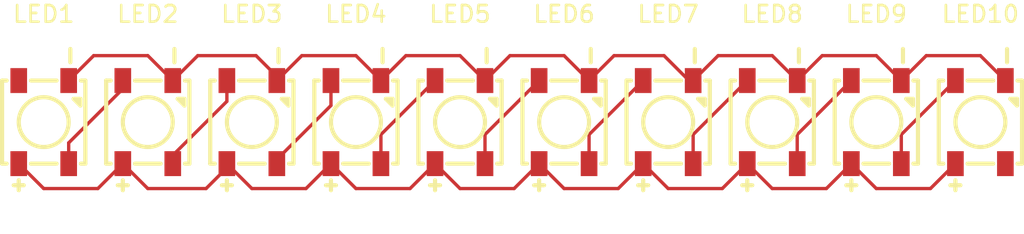
<source format=kicad_pcb>
(kicad_pcb (version 20241229) (generator "pcbnew") (generator_version "9.0")
  (layers (0 "F.Cu" signal) (2 "B.Cu" signal) (13 "F.Paste" user) (15 "B.Paste" user) (5 "F.SilkS" user "F.Silkscreen") (7 "B.SilkS" user "B.Silkscreen") (1 "F.Mask" user) (3 "B.Mask" user) (25 "Edge.Cuts" user))
  (net 0 "")
  (net 1 "DOU")
  (net 2 "DIN-5")
  (net 3 "DOU-1")
  (net 4 "gnd")
  (net 5 "data_out")
  (net 6 "VDD")
  (net 7 "DIN-6")
  (net 8 "DIN-4")
  (net 9 "DIN-2")
  (net 10 "DIN-1")
  (net 11 "DIN-3")
  (net 12 "DIN")
  (net 13 "data_in")
  (footprint "XINGLIGHT_XL_5050RGBC_WS2812B:LED-SMD_4P-L5.0-W5.0-BL_XL-5050RGBC" (layer "F.Cu") (at 161.625 100.875)
    (property "Reference" "LED8" (at 0 -6.5 0) (layer "F.SilkS"))
    (property "Value" "")
    (fp_line (start -2.5 -2.5) (end -2.23 -2.5) (stroke (width 0.25)) (layer "F.SilkS"))
    (fp_line (start -2.5 2.5) (end -2.5 -2.5) (stroke (width 0.25)) (layer "F.SilkS"))
    (fp_line (start -2.5 2.5) (end -2.23 2.5) (stroke (width 0.25)) (layer "F.SilkS"))
    (fp_line (start -1.8 3.8) (end -1.2 3.8) (stroke (width 0.25)) (layer "F.SilkS"))
    (fp_line (start -1.5 4.1) (end -1.5 3.5) (stroke (width 0.25)) (layer "F.SilkS"))
    (fp_line (start -0.77 -2.5) (end 0.77 -2.5) (stroke (width 0.25)) (layer "F.SilkS"))
    (fp_line (start -0.77 2.5) (end 0.77 2.5) (stroke (width 0.25)) (layer "F.SilkS"))
    (fp_line (start 1.6 -4.4) (end 1.6 -3.6) (stroke (width 0.25)) (layer "F.SilkS"))
    (fp_line (start 1.8 -1.4) (end 2.2 -1.4) (stroke (width 0.25)) (layer "F.SilkS"))
    (fp_line (start 2.2 -1.4) (end 2.2 -1) (stroke (width 0.25)) (layer "F.SilkS"))
    (fp_line (start 2.2 -1) (end 1.8 -1.4) (stroke (width 0.25)) (layer "F.SilkS"))
    (fp_line (start 2.23 -2.5) (end 2.5 -2.5) (stroke (width 0.25)) (layer "F.SilkS"))
    (fp_line (start 2.23 2.5) (end 2.5 2.5) (stroke (width 0.25)) (layer "F.SilkS"))
    (fp_line (start 2.5 2.5) (end 2.5 -2.5) (stroke (width 0.25)) (layer "F.SilkS"))
    (fp_circle (center 0 0) (end 1.5 0) (stroke (width 0.25)) (fill no) (layer "F.SilkS"))
    (fp_text user "${REFERENCE}" (at 0 -6.5 0) (layer "F.SilkS"))
    (pad "1" smd rect (at -1.5 2.5 90) (size 1.5 1) (layers "F.Cu" "F.Mask" "F.Paste") (net 6 "VDD"))
    (pad "2" smd rect (at 1.5 2.5 90) (size 1.5 1) (layers "F.Cu" "F.Mask" "F.Paste") (net 1 "DOU"))
    (pad "3" smd rect (at 1.5 -2.5 90) (size 1.5 1) (layers "F.Cu" "F.Mask" "F.Paste") (net 4 "gnd"))
    (pad "4" smd rect (at -1.5 -2.5 90) (size 1.5 1) (layers "F.Cu" "F.Mask" "F.Paste") (net 12 "DIN"))
  )
  (footprint "XINGLIGHT_XL_5050RGBC_WS2812B:LED-SMD_4P-L5.0-W5.0-BL_XL-5050RGBC" (layer "F.Cu") (at 149.125 100.875)
    (property "Reference" "LED6" (at 0 -6.5 0) (layer "F.SilkS"))
    (property "Value" "")
    (fp_line (start -2.5 -2.5) (end -2.23 -2.5) (stroke (width 0.25)) (layer "F.SilkS"))
    (fp_line (start -2.5 2.5) (end -2.5 -2.5) (stroke (width 0.25)) (layer "F.SilkS"))
    (fp_line (start -2.5 2.5) (end -2.23 2.5) (stroke (width 0.25)) (layer "F.SilkS"))
    (fp_line (start -1.8 3.8) (end -1.2 3.8) (stroke (width 0.25)) (layer "F.SilkS"))
    (fp_line (start -1.5 4.1) (end -1.5 3.5) (stroke (width 0.25)) (layer "F.SilkS"))
    (fp_line (start -0.77 -2.5) (end 0.77 -2.5) (stroke (width 0.25)) (layer "F.SilkS"))
    (fp_line (start -0.77 2.5) (end 0.77 2.5) (stroke (width 0.25)) (layer "F.SilkS"))
    (fp_line (start 1.6 -4.4) (end 1.6 -3.6) (stroke (width 0.25)) (layer "F.SilkS"))
    (fp_line (start 1.8 -1.4) (end 2.2 -1.4) (stroke (width 0.25)) (layer "F.SilkS"))
    (fp_line (start 2.2 -1.4) (end 2.2 -1) (stroke (width 0.25)) (layer "F.SilkS"))
    (fp_line (start 2.2 -1) (end 1.8 -1.4) (stroke (width 0.25)) (layer "F.SilkS"))
    (fp_line (start 2.23 -2.5) (end 2.5 -2.5) (stroke (width 0.25)) (layer "F.SilkS"))
    (fp_line (start 2.23 2.5) (end 2.5 2.5) (stroke (width 0.25)) (layer "F.SilkS"))
    (fp_line (start 2.5 2.5) (end 2.5 -2.5) (stroke (width 0.25)) (layer "F.SilkS"))
    (fp_circle (center 0 0) (end 1.5 0) (stroke (width 0.25)) (fill no) (layer "F.SilkS"))
    (fp_text user "${REFERENCE}" (at 0 -6.5 0) (layer "F.SilkS"))
    (pad "1" smd rect (at -1.5 2.5 90) (size 1.5 1) (layers "F.Cu" "F.Mask" "F.Paste") (net 6 "VDD"))
    (pad "2" smd rect (at 1.5 2.5 90) (size 1.5 1) (layers "F.Cu" "F.Mask" "F.Paste") (net 11 "DIN-3"))
    (pad "3" smd rect (at 1.5 -2.5 90) (size 1.5 1) (layers "F.Cu" "F.Mask" "F.Paste") (net 4 "gnd"))
    (pad "4" smd rect (at -1.5 -2.5 90) (size 1.5 1) (layers "F.Cu" "F.Mask" "F.Paste") (net 7 "DIN-6"))
  )
  (footprint "XINGLIGHT_XL_5050RGBC_WS2812B:LED-SMD_4P-L5.0-W5.0-BL_XL-5050RGBC" (layer "F.Cu") (at 142.875 100.875)
    (property "Reference" "LED5" (at 0 -6.5 0) (layer "F.SilkS"))
    (property "Value" "")
    (fp_line (start -2.5 -2.5) (end -2.23 -2.5) (stroke (width 0.25)) (layer "F.SilkS"))
    (fp_line (start -2.5 2.5) (end -2.5 -2.5) (stroke (width 0.25)) (layer "F.SilkS"))
    (fp_line (start -2.5 2.5) (end -2.23 2.5) (stroke (width 0.25)) (layer "F.SilkS"))
    (fp_line (start -1.8 3.8) (end -1.2 3.8) (stroke (width 0.25)) (layer "F.SilkS"))
    (fp_line (start -1.5 4.1) (end -1.5 3.5) (stroke (width 0.25)) (layer "F.SilkS"))
    (fp_line (start -0.77 -2.5) (end 0.77 -2.5) (stroke (width 0.25)) (layer "F.SilkS"))
    (fp_line (start -0.77 2.5) (end 0.77 2.5) (stroke (width 0.25)) (layer "F.SilkS"))
    (fp_line (start 1.6 -4.4) (end 1.6 -3.6) (stroke (width 0.25)) (layer "F.SilkS"))
    (fp_line (start 1.8 -1.4) (end 2.2 -1.4) (stroke (width 0.25)) (layer "F.SilkS"))
    (fp_line (start 2.2 -1.4) (end 2.2 -1) (stroke (width 0.25)) (layer "F.SilkS"))
    (fp_line (start 2.2 -1) (end 1.8 -1.4) (stroke (width 0.25)) (layer "F.SilkS"))
    (fp_line (start 2.23 -2.5) (end 2.5 -2.5) (stroke (width 0.25)) (layer "F.SilkS"))
    (fp_line (start 2.23 2.5) (end 2.5 2.5) (stroke (width 0.25)) (layer "F.SilkS"))
    (fp_line (start 2.5 2.5) (end 2.5 -2.5) (stroke (width 0.25)) (layer "F.SilkS"))
    (fp_circle (center 0 0) (end 1.5 0) (stroke (width 0.25)) (fill no) (layer "F.SilkS"))
    (fp_text user "${REFERENCE}" (at 0 -6.5 0) (layer "F.SilkS"))
    (pad "1" smd rect (at -1.5 2.5 90) (size 1.5 1) (layers "F.Cu" "F.Mask" "F.Paste") (net 6 "VDD"))
    (pad "2" smd rect (at 1.5 2.5 90) (size 1.5 1) (layers "F.Cu" "F.Mask" "F.Paste") (net 7 "DIN-6"))
    (pad "3" smd rect (at 1.5 -2.5 90) (size 1.5 1) (layers "F.Cu" "F.Mask" "F.Paste") (net 4 "gnd"))
    (pad "4" smd rect (at -1.5 -2.5 90) (size 1.5 1) (layers "F.Cu" "F.Mask" "F.Paste") (net 9 "DIN-2"))
  )
  (footprint "XINGLIGHT_XL_5050RGBC_WS2812B:LED-SMD_4P-L5.0-W5.0-BL_XL-5050RGBC" (layer "F.Cu") (at 174.125 100.875)
    (property "Reference" "LED10" (at 0 -6.5 0) (layer "F.SilkS"))
    (property "Value" "")
    (fp_line (start -2.5 -2.5) (end -2.23 -2.5) (stroke (width 0.25)) (layer "F.SilkS"))
    (fp_line (start -2.5 2.5) (end -2.5 -2.5) (stroke (width 0.25)) (layer "F.SilkS"))
    (fp_line (start -2.5 2.5) (end -2.23 2.5) (stroke (width 0.25)) (layer "F.SilkS"))
    (fp_line (start -1.8 3.8) (end -1.2 3.8) (stroke (width 0.25)) (layer "F.SilkS"))
    (fp_line (start -1.5 4.1) (end -1.5 3.5) (stroke (width 0.25)) (layer "F.SilkS"))
    (fp_line (start -0.77 -2.5) (end 0.77 -2.5) (stroke (width 0.25)) (layer "F.SilkS"))
    (fp_line (start -0.77 2.5) (end 0.77 2.5) (stroke (width 0.25)) (layer "F.SilkS"))
    (fp_line (start 1.6 -4.4) (end 1.6 -3.6) (stroke (width 0.25)) (layer "F.SilkS"))
    (fp_line (start 1.8 -1.4) (end 2.2 -1.4) (stroke (width 0.25)) (layer "F.SilkS"))
    (fp_line (start 2.2 -1.4) (end 2.2 -1) (stroke (width 0.25)) (layer "F.SilkS"))
    (fp_line (start 2.2 -1) (end 1.8 -1.4) (stroke (width 0.25)) (layer "F.SilkS"))
    (fp_line (start 2.23 -2.5) (end 2.5 -2.5) (stroke (width 0.25)) (layer "F.SilkS"))
    (fp_line (start 2.23 2.5) (end 2.5 2.5) (stroke (width 0.25)) (layer "F.SilkS"))
    (fp_line (start 2.5 2.5) (end 2.5 -2.5) (stroke (width 0.25)) (layer "F.SilkS"))
    (fp_circle (center 0 0) (end 1.5 0) (stroke (width 0.25)) (fill no) (layer "F.SilkS"))
    (fp_text user "${REFERENCE}" (at 0 -6.5 0) (layer "F.SilkS"))
    (pad "1" smd rect (at -1.5 2.5 90) (size 1.5 1) (layers "F.Cu" "F.Mask" "F.Paste") (net 6 "VDD"))
    (pad "2" smd rect (at 1.5 2.5 90) (size 1.5 1) (layers "F.Cu" "F.Mask" "F.Paste") (net 5 "data_out"))
    (pad "3" smd rect (at 1.5 -2.5 90) (size 1.5 1) (layers "F.Cu" "F.Mask" "F.Paste") (net 4 "gnd"))
    (pad "4" smd rect (at -1.5 -2.5 90) (size 1.5 1) (layers "F.Cu" "F.Mask" "F.Paste") (net 8 "DIN-4"))
  )
  (footprint "XINGLIGHT_XL_5050RGBC_WS2812B:LED-SMD_4P-L5.0-W5.0-BL_XL-5050RGBC" (layer "F.Cu") (at 124.125 100.875)
    (property "Reference" "LED2" (at 0 -6.5 0) (layer "F.SilkS"))
    (property "Value" "")
    (fp_line (start -2.5 -2.5) (end -2.23 -2.5) (stroke (width 0.25)) (layer "F.SilkS"))
    (fp_line (start -2.5 2.5) (end -2.5 -2.5) (stroke (width 0.25)) (layer "F.SilkS"))
    (fp_line (start -2.5 2.5) (end -2.23 2.5) (stroke (width 0.25)) (layer "F.SilkS"))
    (fp_line (start -1.8 3.8) (end -1.2 3.8) (stroke (width 0.25)) (layer "F.SilkS"))
    (fp_line (start -1.5 4.1) (end -1.5 3.5) (stroke (width 0.25)) (layer "F.SilkS"))
    (fp_line (start -0.77 -2.5) (end 0.77 -2.5) (stroke (width 0.25)) (layer "F.SilkS"))
    (fp_line (start -0.77 2.5) (end 0.77 2.5) (stroke (width 0.25)) (layer "F.SilkS"))
    (fp_line (start 1.6 -4.4) (end 1.6 -3.6) (stroke (width 0.25)) (layer "F.SilkS"))
    (fp_line (start 1.8 -1.4) (end 2.2 -1.4) (stroke (width 0.25)) (layer "F.SilkS"))
    (fp_line (start 2.2 -1.4) (end 2.2 -1) (stroke (width 0.25)) (layer "F.SilkS"))
    (fp_line (start 2.2 -1) (end 1.8 -1.4) (stroke (width 0.25)) (layer "F.SilkS"))
    (fp_line (start 2.23 -2.5) (end 2.5 -2.5) (stroke (width 0.25)) (layer "F.SilkS"))
    (fp_line (start 2.23 2.5) (end 2.5 2.5) (stroke (width 0.25)) (layer "F.SilkS"))
    (fp_line (start 2.5 2.5) (end 2.5 -2.5) (stroke (width 0.25)) (layer "F.SilkS"))
    (fp_circle (center 0 0) (end 1.5 0) (stroke (width 0.25)) (fill no) (layer "F.SilkS"))
    (fp_text user "${REFERENCE}" (at 0 -6.5 0) (layer "F.SilkS"))
    (pad "1" smd rect (at -1.5 2.5 90) (size 1.5 1) (layers "F.Cu" "F.Mask" "F.Paste") (net 6 "VDD"))
    (pad "2" smd rect (at 1.5 2.5 90) (size 1.5 1) (layers "F.Cu" "F.Mask" "F.Paste") (net 2 "DIN-5"))
    (pad "3" smd rect (at 1.5 -2.5 90) (size 1.5 1) (layers "F.Cu" "F.Mask" "F.Paste") (net 4 "gnd"))
    (pad "4" smd rect (at -1.5 -2.5 90) (size 1.5 1) (layers "F.Cu" "F.Mask" "F.Paste") (net 10 "DIN-1"))
  )
  (footprint "XINGLIGHT_XL_5050RGBC_WS2812B:LED-SMD_4P-L5.0-W5.0-BL_XL-5050RGBC" (layer "F.Cu") (at 136.625 100.875)
    (property "Reference" "LED4" (at 0 -6.5 0) (layer "F.SilkS"))
    (property "Value" "")
    (fp_line (start -2.5 -2.5) (end -2.23 -2.5) (stroke (width 0.25)) (layer "F.SilkS"))
    (fp_line (start -2.5 2.5) (end -2.5 -2.5) (stroke (width 0.25)) (layer "F.SilkS"))
    (fp_line (start -2.5 2.5) (end -2.23 2.5) (stroke (width 0.25)) (layer "F.SilkS"))
    (fp_line (start -1.8 3.8) (end -1.2 3.8) (stroke (width 0.25)) (layer "F.SilkS"))
    (fp_line (start -1.5 4.1) (end -1.5 3.5) (stroke (width 0.25)) (layer "F.SilkS"))
    (fp_line (start -0.77 -2.5) (end 0.77 -2.5) (stroke (width 0.25)) (layer "F.SilkS"))
    (fp_line (start -0.77 2.5) (end 0.77 2.5) (stroke (width 0.25)) (layer "F.SilkS"))
    (fp_line (start 1.6 -4.4) (end 1.6 -3.6) (stroke (width 0.25)) (layer "F.SilkS"))
    (fp_line (start 1.8 -1.4) (end 2.2 -1.4) (stroke (width 0.25)) (layer "F.SilkS"))
    (fp_line (start 2.2 -1.4) (end 2.2 -1) (stroke (width 0.25)) (layer "F.SilkS"))
    (fp_line (start 2.2 -1) (end 1.8 -1.4) (stroke (width 0.25)) (layer "F.SilkS"))
    (fp_line (start 2.23 -2.5) (end 2.5 -2.5) (stroke (width 0.25)) (layer "F.SilkS"))
    (fp_line (start 2.23 2.5) (end 2.5 2.5) (stroke (width 0.25)) (layer "F.SilkS"))
    (fp_line (start 2.5 2.5) (end 2.5 -2.5) (stroke (width 0.25)) (layer "F.SilkS"))
    (fp_circle (center 0 0) (end 1.5 0) (stroke (width 0.25)) (fill no) (layer "F.SilkS"))
    (fp_text user "${REFERENCE}" (at 0 -6.5 0) (layer "F.SilkS"))
    (pad "1" smd rect (at -1.5 2.5 90) (size 1.5 1) (layers "F.Cu" "F.Mask" "F.Paste") (net 6 "VDD"))
    (pad "2" smd rect (at 1.5 2.5 90) (size 1.5 1) (layers "F.Cu" "F.Mask" "F.Paste") (net 9 "DIN-2"))
    (pad "3" smd rect (at 1.5 -2.5 90) (size 1.5 1) (layers "F.Cu" "F.Mask" "F.Paste") (net 4 "gnd"))
    (pad "4" smd rect (at -1.5 -2.5 90) (size 1.5 1) (layers "F.Cu" "F.Mask" "F.Paste") (net 3 "DOU-1"))
  )
  (footprint "XINGLIGHT_XL_5050RGBC_WS2812B:LED-SMD_4P-L5.0-W5.0-BL_XL-5050RGBC" (layer "F.Cu") (at 117.875 100.875)
    (property "Reference" "LED1" (at 0 -6.5 0) (layer "F.SilkS"))
    (property "Value" "")
    (fp_line (start -2.5 -2.5) (end -2.23 -2.5) (stroke (width 0.25)) (layer "F.SilkS"))
    (fp_line (start -2.5 2.5) (end -2.5 -2.5) (stroke (width 0.25)) (layer "F.SilkS"))
    (fp_line (start -2.5 2.5) (end -2.23 2.5) (stroke (width 0.25)) (layer "F.SilkS"))
    (fp_line (start -1.8 3.8) (end -1.2 3.8) (stroke (width 0.25)) (layer "F.SilkS"))
    (fp_line (start -1.5 4.1) (end -1.5 3.5) (stroke (width 0.25)) (layer "F.SilkS"))
    (fp_line (start -0.77 -2.5) (end 0.77 -2.5) (stroke (width 0.25)) (layer "F.SilkS"))
    (fp_line (start -0.77 2.5) (end 0.77 2.5) (stroke (width 0.25)) (layer "F.SilkS"))
    (fp_line (start 1.6 -4.4) (end 1.6 -3.6) (stroke (width 0.25)) (layer "F.SilkS"))
    (fp_line (start 1.8 -1.4) (end 2.2 -1.4) (stroke (width 0.25)) (layer "F.SilkS"))
    (fp_line (start 2.2 -1.4) (end 2.2 -1) (stroke (width 0.25)) (layer "F.SilkS"))
    (fp_line (start 2.2 -1) (end 1.8 -1.4) (stroke (width 0.25)) (layer "F.SilkS"))
    (fp_line (start 2.23 -2.5) (end 2.5 -2.5) (stroke (width 0.25)) (layer "F.SilkS"))
    (fp_line (start 2.23 2.5) (end 2.5 2.5) (stroke (width 0.25)) (layer "F.SilkS"))
    (fp_line (start 2.5 2.5) (end 2.5 -2.5) (stroke (width 0.25)) (layer "F.SilkS"))
    (fp_circle (center 0 0) (end 1.5 0) (stroke (width 0.25)) (fill no) (layer "F.SilkS"))
    (fp_text user "${REFERENCE}" (at 0 -6.5 0) (layer "F.SilkS"))
    (pad "1" smd rect (at -1.5 2.5 90) (size 1.5 1) (layers "F.Cu" "F.Mask" "F.Paste") (net 6 "VDD"))
    (pad "2" smd rect (at 1.5 2.5 90) (size 1.5 1) (layers "F.Cu" "F.Mask" "F.Paste") (net 10 "DIN-1"))
    (pad "3" smd rect (at 1.5 -2.5 90) (size 1.5 1) (layers "F.Cu" "F.Mask" "F.Paste") (net 4 "gnd"))
    (pad "4" smd rect (at -1.5 -2.5 90) (size 1.5 1) (layers "F.Cu" "F.Mask" "F.Paste") (net 13 "data_in"))
  )
  (footprint "XINGLIGHT_XL_5050RGBC_WS2812B:LED-SMD_4P-L5.0-W5.0-BL_XL-5050RGBC" (layer "F.Cu") (at 130.375 100.875)
    (property "Reference" "LED3" (at 0 -6.5 0) (layer "F.SilkS"))
    (property "Value" "")
    (fp_line (start -2.5 -2.5) (end -2.23 -2.5) (stroke (width 0.25)) (layer "F.SilkS"))
    (fp_line (start -2.5 2.5) (end -2.5 -2.5) (stroke (width 0.25)) (layer "F.SilkS"))
    (fp_line (start -2.5 2.5) (end -2.23 2.5) (stroke (width 0.25)) (layer "F.SilkS"))
    (fp_line (start -1.8 3.8) (end -1.2 3.8) (stroke (width 0.25)) (layer "F.SilkS"))
    (fp_line (start -1.5 4.1) (end -1.5 3.5) (stroke (width 0.25)) (layer "F.SilkS"))
    (fp_line (start -0.77 -2.5) (end 0.77 -2.5) (stroke (width 0.25)) (layer "F.SilkS"))
    (fp_line (start -0.77 2.5) (end 0.77 2.5) (stroke (width 0.25)) (layer "F.SilkS"))
    (fp_line (start 1.6 -4.4) (end 1.6 -3.6) (stroke (width 0.25)) (layer "F.SilkS"))
    (fp_line (start 1.8 -1.4) (end 2.2 -1.4) (stroke (width 0.25)) (layer "F.SilkS"))
    (fp_line (start 2.2 -1.4) (end 2.2 -1) (stroke (width 0.25)) (layer "F.SilkS"))
    (fp_line (start 2.2 -1) (end 1.8 -1.4) (stroke (width 0.25)) (layer "F.SilkS"))
    (fp_line (start 2.23 -2.5) (end 2.5 -2.5) (stroke (width 0.25)) (layer "F.SilkS"))
    (fp_line (start 2.23 2.5) (end 2.5 2.5) (stroke (width 0.25)) (layer "F.SilkS"))
    (fp_line (start 2.5 2.5) (end 2.5 -2.5) (stroke (width 0.25)) (layer "F.SilkS"))
    (fp_circle (center 0 0) (end 1.5 0) (stroke (width 0.25)) (fill no) (layer "F.SilkS"))
    (fp_text user "${REFERENCE}" (at 0 -6.5 0) (layer "F.SilkS"))
    (pad "1" smd rect (at -1.5 2.5 90) (size 1.5 1) (layers "F.Cu" "F.Mask" "F.Paste") (net 6 "VDD"))
    (pad "2" smd rect (at 1.5 2.5 90) (size 1.5 1) (layers "F.Cu" "F.Mask" "F.Paste") (net 3 "DOU-1"))
    (pad "3" smd rect (at 1.5 -2.5 90) (size 1.5 1) (layers "F.Cu" "F.Mask" "F.Paste") (net 4 "gnd"))
    (pad "4" smd rect (at -1.5 -2.5 90) (size 1.5 1) (layers "F.Cu" "F.Mask" "F.Paste") (net 2 "DIN-5"))
  )
  (footprint "XINGLIGHT_XL_5050RGBC_WS2812B:LED-SMD_4P-L5.0-W5.0-BL_XL-5050RGBC" (layer "F.Cu") (at 155.375 100.875)
    (property "Reference" "LED7" (at 0 -6.5 0) (layer "F.SilkS"))
    (property "Value" "")
    (fp_line (start -2.5 -2.5) (end -2.23 -2.5) (stroke (width 0.25)) (layer "F.SilkS"))
    (fp_line (start -2.5 2.5) (end -2.5 -2.5) (stroke (width 0.25)) (layer "F.SilkS"))
    (fp_line (start -2.5 2.5) (end -2.23 2.5) (stroke (width 0.25)) (layer "F.SilkS"))
    (fp_line (start -1.8 3.8) (end -1.2 3.8) (stroke (width 0.25)) (layer "F.SilkS"))
    (fp_line (start -1.5 4.1) (end -1.5 3.5) (stroke (width 0.25)) (layer "F.SilkS"))
    (fp_line (start -0.77 -2.5) (end 0.77 -2.5) (stroke (width 0.25)) (layer "F.SilkS"))
    (fp_line (start -0.77 2.5) (end 0.77 2.5) (stroke (width 0.25)) (layer "F.SilkS"))
    (fp_line (start 1.6 -4.4) (end 1.6 -3.6) (stroke (width 0.25)) (layer "F.SilkS"))
    (fp_line (start 1.8 -1.4) (end 2.2 -1.4) (stroke (width 0.25)) (layer "F.SilkS"))
    (fp_line (start 2.2 -1.4) (end 2.2 -1) (stroke (width 0.25)) (layer "F.SilkS"))
    (fp_line (start 2.2 -1) (end 1.8 -1.4) (stroke (width 0.25)) (layer "F.SilkS"))
    (fp_line (start 2.23 -2.5) (end 2.5 -2.5) (stroke (width 0.25)) (layer "F.SilkS"))
    (fp_line (start 2.23 2.5) (end 2.5 2.5) (stroke (width 0.25)) (layer "F.SilkS"))
    (fp_line (start 2.5 2.5) (end 2.5 -2.5) (stroke (width 0.25)) (layer "F.SilkS"))
    (fp_circle (center 0 0) (end 1.5 0) (stroke (width 0.25)) (fill no) (layer "F.SilkS"))
    (fp_text user "${REFERENCE}" (at 0 -6.5 0) (layer "F.SilkS"))
    (pad "1" smd rect (at -1.5 2.5 90) (size 1.5 1) (layers "F.Cu" "F.Mask" "F.Paste") (net 6 "VDD"))
    (pad "2" smd rect (at 1.5 2.5 90) (size 1.5 1) (layers "F.Cu" "F.Mask" "F.Paste") (net 12 "DIN"))
    (pad "3" smd rect (at 1.5 -2.5 90) (size 1.5 1) (layers "F.Cu" "F.Mask" "F.Paste") (net 4 "gnd"))
    (pad "4" smd rect (at -1.5 -2.5 90) (size 1.5 1) (layers "F.Cu" "F.Mask" "F.Paste") (net 11 "DIN-3"))
  )
  (footprint "XINGLIGHT_XL_5050RGBC_WS2812B:LED-SMD_4P-L5.0-W5.0-BL_XL-5050RGBC" (layer "F.Cu") (at 167.875 100.875)
    (property "Reference" "LED9" (at 0 -6.5 0) (layer "F.SilkS"))
    (property "Value" "")
    (fp_line (start -2.5 -2.5) (end -2.23 -2.5) (stroke (width 0.25)) (layer "F.SilkS"))
    (fp_line (start -2.5 2.5) (end -2.5 -2.5) (stroke (width 0.25)) (layer "F.SilkS"))
    (fp_line (start -2.5 2.5) (end -2.23 2.5) (stroke (width 0.25)) (layer "F.SilkS"))
    (fp_line (start -1.8 3.8) (end -1.2 3.8) (stroke (width 0.25)) (layer "F.SilkS"))
    (fp_line (start -1.5 4.1) (end -1.5 3.5) (stroke (width 0.25)) (layer "F.SilkS"))
    (fp_line (start -0.77 -2.5) (end 0.77 -2.5) (stroke (width 0.25)) (layer "F.SilkS"))
    (fp_line (start -0.77 2.5) (end 0.77 2.5) (stroke (width 0.25)) (layer "F.SilkS"))
    (fp_line (start 1.6 -4.4) (end 1.6 -3.6) (stroke (width 0.25)) (layer "F.SilkS"))
    (fp_line (start 1.8 -1.4) (end 2.2 -1.4) (stroke (width 0.25)) (layer "F.SilkS"))
    (fp_line (start 2.2 -1.4) (end 2.2 -1) (stroke (width 0.25)) (layer "F.SilkS"))
    (fp_line (start 2.2 -1) (end 1.8 -1.4) (stroke (width 0.25)) (layer "F.SilkS"))
    (fp_line (start 2.23 -2.5) (end 2.5 -2.5) (stroke (width 0.25)) (layer "F.SilkS"))
    (fp_line (start 2.23 2.5) (end 2.5 2.5) (stroke (width 0.25)) (layer "F.SilkS"))
    (fp_line (start 2.5 2.5) (end 2.5 -2.5) (stroke (width 0.25)) (layer "F.SilkS"))
    (fp_circle (center 0 0) (end 1.5 0) (stroke (width 0.25)) (fill no) (layer "F.SilkS"))
    (fp_text user "${REFERENCE}" (at 0 -6.5 0) (layer "F.SilkS"))
    (pad "1" smd rect (at -1.5 2.5 90) (size 1.5 1) (layers "F.Cu" "F.Mask" "F.Paste") (net 6 "VDD"))
    (pad "2" smd rect (at 1.5 2.5 90) (size 1.5 1) (layers "F.Cu" "F.Mask" "F.Paste") (net 8 "DIN-4"))
    (pad "3" smd rect (at 1.5 -2.5 90) (size 1.5 1) (layers "F.Cu" "F.Mask" "F.Paste") (net 4 "gnd"))
    (pad "4" smd rect (at -1.5 -2.5 90) (size 1.5 1) (layers "F.Cu" "F.Mask" "F.Paste") (net 1 "DOU"))
  )
  (segment (start 163.125 101.625) (end 166.375 98.375) (width 0.2) (layer "F.Cu") (net 1))
  (segment (start 163.125 103.375) (end 163.125 101.625) (width 0.2) (layer "F.Cu") (net 1))
  (segment (start 128.875 99.625) (end 128.875 98.375) (width 0.2) (layer "F.Cu") (net 2))
  (segment (start 125.625 103.375) (end 125.625 102.875) (width 0.2) (layer "F.Cu") (net 2))
  (segment (start 125.625 102.875) (end 128.875 99.625) (width 0.2) (layer "F.Cu") (net 2))
  (segment (start 131.875 103.375) (end 131.875 103.125) (width 0.2) (layer "F.Cu") (net 3))
  (segment (start 135.125 99.875) (end 135.125 98.375) (width 0.2) (layer "F.Cu") (net 3))
  (segment (start 131.875 103.125) (end 135.125 99.875) (width 0.2) (layer "F.Cu") (net 3))
  (segment (start 155.125 96.875) (end 156.625 98.375) (width 0.2) (layer "F.Cu") (net 4))
  (segment (start 138.125 98.375) (end 139.625 96.875) (width 0.2) (layer "F.Cu") (net 4))
  (segment (start 131.875 98.375) (end 133.375 96.875) (width 0.2) (layer "F.Cu") (net 4))
  (segment (start 139.625 96.875) (end 142.875 96.875) (width 0.2) (layer "F.Cu") (net 4))
  (segment (start 136.625 96.875) (end 138.125 98.375) (width 0.2) (layer "F.Cu") (net 4))
  (segment (start 120.875 96.875) (end 124.125 96.875) (width 0.2) (layer "F.Cu") (net 4))
  (segment (start 152.125 96.875) (end 155.125 96.875) (width 0.2) (layer "F.Cu") (net 4))
  (segment (start 169.375 98.375) (end 170.875 96.875) (width 0.2) (layer "F.Cu") (net 4))
  (segment (start 156.875 98.375) (end 158.375 96.875) (width 0.2) (layer "F.Cu") (net 4))
  (segment (start 161.625 96.875) (end 163.125 98.375) (width 0.2) (layer "F.Cu") (net 4))
  (segment (start 170.875 96.875) (end 174.125 96.875) (width 0.2) (layer "F.Cu") (net 4))
  (segment (start 131.875 98.375) (end 131.875 98.125) (width 0.2) (layer "F.Cu") (net 4))
  (segment (start 133.375 96.875) (end 136.625 96.875) (width 0.2) (layer "F.Cu") (net 4))
  (segment (start 142.875 96.875) (end 144.375 98.375) (width 0.2) (layer "F.Cu") (net 4))
  (segment (start 163.125 98.375) (end 164.625 96.875) (width 0.2) (layer "F.Cu") (net 4))
  (segment (start 144.375 98.375) (end 145.875 96.875) (width 0.2) (layer "F.Cu") (net 4))
  (segment (start 127.125 96.875) (end 130.625 96.875) (width 0.2) (layer "F.Cu") (net 4))
  (segment (start 149.125 96.875) (end 150.625 98.375) (width 0.2) (layer "F.Cu") (net 4))
  (segment (start 130.625 96.875) (end 131.875 98.125) (width 0.2) (layer "F.Cu") (net 4))
  (segment (start 150.625 98.375) (end 152.125 96.875) (width 0.2) (layer "F.Cu") (net 4))
  (segment (start 119.375 98.375) (end 120.875 96.875) (width 0.2) (layer "F.Cu") (net 4))
  (segment (start 145.875 96.875) (end 149.125 96.875) (width 0.2) (layer "F.Cu") (net 4))
  (segment (start 164.625 96.875) (end 167.875 96.875) (width 0.2) (layer "F.Cu") (net 4))
  (segment (start 174.125 96.875) (end 175.625 98.375) (width 0.2) (layer "F.Cu") (net 4))
  (segment (start 125.625 98.375) (end 127.125 96.875) (width 0.2) (layer "F.Cu") (net 4))
  (segment (start 158.375 96.875) (end 161.625 96.875) (width 0.2) (layer "F.Cu") (net 4))
  (segment (start 167.875 96.875) (end 169.375 98.375) (width 0.2) (layer "F.Cu") (net 4))
  (segment (start 124.125 96.875) (end 125.625 98.375) (width 0.2) (layer "F.Cu") (net 4))
  (segment (start 156.625 98.375) (end 156.875 98.375) (width 0.2) (layer "F.Cu") (net 4))
  (segment (start 147.625 103.375) (end 149.125 104.875) (width 0.2) (layer "F.Cu") (net 6))
  (segment (start 124.125 104.875) (end 122.625 103.375) (width 0.2) (layer "F.Cu") (net 6))
  (segment (start 141.375 103.375) (end 142.875 104.875) (width 0.2) (layer "F.Cu") (net 6))
  (segment (start 155.375 104.875) (end 158.625 104.875) (width 0.2) (layer "F.Cu") (net 6))
  (segment (start 161.625 104.875) (end 164.875 104.875) (width 0.2) (layer "F.Cu") (net 6))
  (segment (start 166.375 103.375) (end 167.875 104.875) (width 0.2) (layer "F.Cu") (net 6))
  (segment (start 139.875 104.875) (end 141.375 103.375) (width 0.2) (layer "F.Cu") (net 6))
  (segment (start 130.375 104.875) (end 133.625 104.875) (width 0.2) (layer "F.Cu") (net 6))
  (segment (start 136.625 104.875) (end 139.875 104.875) (width 0.2) (layer "F.Cu") (net 6))
  (segment (start 146.125 104.875) (end 147.625 103.375) (width 0.2) (layer "F.Cu") (net 6))
  (segment (start 128.875 103.625) (end 128.875 103.375) (width 0.2) (layer "F.Cu") (net 6))
  (segment (start 128.875 103.375) (end 130.375 104.875) (width 0.2) (layer "F.Cu") (net 6))
  (segment (start 167.875 104.875) (end 171.125 104.875) (width 0.2) (layer "F.Cu") (net 6))
  (segment (start 135.125 103.375) (end 136.625 104.875) (width 0.2) (layer "F.Cu") (net 6))
  (segment (start 142.875 104.875) (end 146.125 104.875) (width 0.2) (layer "F.Cu") (net 6))
  (segment (start 127.625 104.875) (end 128.875 103.625) (width 0.2) (layer "F.Cu") (net 6))
  (segment (start 158.625 104.875) (end 160.125 103.375) (width 0.2) (layer "F.Cu") (net 6))
  (segment (start 133.625 104.875) (end 135.125 103.375) (width 0.2) (layer "F.Cu") (net 6))
  (segment (start 164.875 104.875) (end 166.375 103.375) (width 0.2) (layer "F.Cu") (net 6))
  (segment (start 121.125 104.875) (end 122.625 103.375) (width 0.2) (layer "F.Cu") (net 6))
  (segment (start 171.125 104.875) (end 172.625 103.375) (width 0.2) (layer "F.Cu") (net 6))
  (segment (start 160.125 103.375) (end 161.625 104.875) (width 0.2) (layer "F.Cu") (net 6))
  (segment (start 152.375 104.875) (end 153.875 103.375) (width 0.2) (layer "F.Cu") (net 6))
  (segment (start 116.375 103.375) (end 117.875 104.875) (width 0.2) (layer "F.Cu") (net 6))
  (segment (start 153.875 103.375) (end 155.375 104.875) (width 0.2) (layer "F.Cu") (net 6))
  (segment (start 117.875 104.875) (end 121.125 104.875) (width 0.2) (layer "F.Cu") (net 6))
  (segment (start 149.125 104.875) (end 152.375 104.875) (width 0.2) (layer "F.Cu") (net 6))
  (segment (start 127.625 104.875) (end 124.125 104.875) (width 0.2) (layer "F.Cu") (net 6))
  (segment (start 144.375 103.375) (end 144.375 101.625) (width 0.2) (layer "F.Cu") (net 7))
  (segment (start 144.375 101.625) (end 147.625 98.375) (width 0.2) (layer "F.Cu") (net 7))
  (segment (start 169.375 101.625) (end 172.625 98.375) (width 0.2) (layer "F.Cu") (net 8))
  (segment (start 169.375 103.375) (end 169.375 101.625) (width 0.2) (layer "F.Cu") (net 8))
  (segment (start 138.125 101.625) (end 141.375 98.375) (width 0.2) (layer "F.Cu") (net 9))
  (segment (start 138.125 103.375) (end 138.125 101.625) (width 0.2) (layer "F.Cu") (net 9))
  (segment (start 119.375 103.375) (end 119.375 102.125) (width 0.2) (layer "F.Cu") (net 10))
  (segment (start 119.375 102.125) (end 122.625 98.875) (width 0.2) (layer "F.Cu") (net 10))
  (segment (start 122.625 98.875) (end 122.625 98.375) (width 0.2) (layer "F.Cu") (net 10))
  (segment (start 150.625 103.375) (end 150.625 101.625) (width 0.2) (layer "F.Cu") (net 11))
  (segment (start 150.625 101.625) (end 153.875 98.375) (width 0.2) (layer "F.Cu") (net 11))
  (segment (start 156.875 101.625) (end 160.125 98.375) (width 0.2) (layer "F.Cu") (net 12))
  (segment (start 156.875 103.375) (end 156.875 101.625) (width 0.2) (layer "F.Cu") (net 12))
)
</source>
